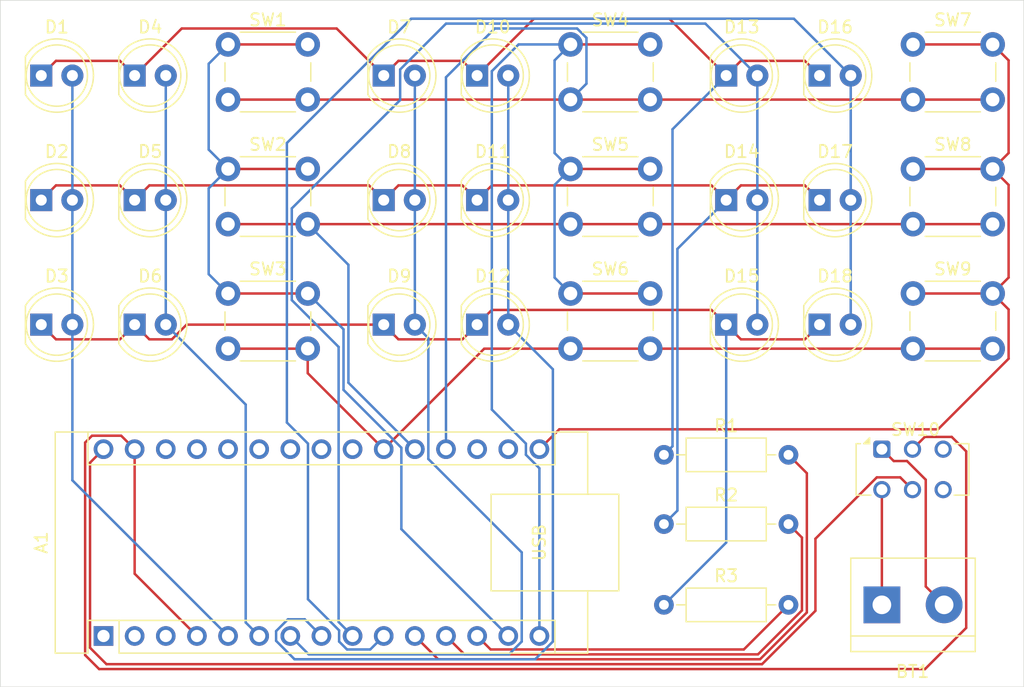
<source format=kicad_pcb>
(kicad_pcb (version 20240108) (generator "pcbnew") (generator_version "8.0")
  (layers (0 "F.Cu" signal) (31 "B.Cu" signal) (34 "B.Paste" user) (35 "F.Paste" user) (36 "B.SilkS" user "B.Silkscreen") (37 "F.SilkS" user "F.Silkscreen") (38 "B.Mask" user) (39 "F.Mask" user) (44 "Edge.Cuts" user))
  (net 0 "")
  (net 1 "/D1")
  (net 3 "GND")
  (net 5 "/R1")
  (net 6 "/B2")
  (net 7 "/A2")
  (net 8 "/D3")
  (net 9 "/D2")
  (net 10 "/A1")
  (net 11 "/C1")
  (net 15 "+9V")
  (net 16 "/R2")
  (net 17 "/R3")
  (net 20 "/C3")
  (net 23 "/A3")
  (net 26 "/B1")
  (net 28 "/B3")
  (net 29 "/C2")
  (net 30 "Net-(BT1--)")
  (net 31 "Net-(BT1-+)")
  (net 32 "Net-(D1-K)")
  (net 33 "Net-(D11-K)")
  (net 34 "Net-(D12-K)")
  (footprint "LED_THT:LED_D5.0mm" (layer "F.Cu") (at 152.4 60.96)
    (property "Reference" "D12" (at 1.27 -3.96 0) (layer "F.SilkS"))
    (property "Value" "RED")
    (pad "1" thru_hole rect (at 0 0) (size 1.8 1.8) (drill 0.9) (layers "*.Cu" "*.Mask") (net 34 "Net-(D12-K)"))
    (pad "2" thru_hole circle (at 2.54 0) (size 1.8 1.8) (drill 0.9) (layers "*.Cu" "*.Mask") (net 16 "/R2"))
  )
  (footprint "LED_THT:LED_D5.0mm" (layer "F.Cu") (at 124.46 60.96)
    (property "Reference" "D6" (at 1.27 -3.96 0) (layer "F.SilkS"))
    (property "Value" "RED")
    (pad "1" thru_hole rect (at 0 0) (size 1.8 1.8) (drill 0.9) (layers "*.Cu" "*.Mask") (net 34 "Net-(D12-K)"))
    (pad "2" thru_hole circle (at 2.54 0) (size 1.8 1.8) (drill 0.9) (layers "*.Cu" "*.Mask") (net 5 "/R1"))
  )
  (footprint "Button_Switch_THT:SW_PUSH_6mm" (layer "F.Cu") (at 132.08 58.42)
    (property "Reference" "SW3" (at 3.25 -2 0) (layer "F.SilkS"))
    (property "Value" "SW_Push")
    (pad "1" thru_hole circle (at 0 0 90) (size 2 2) (drill 1.1) (layers "*.Cu" "*.Mask") (net 11 "/C1"))
    (pad "1" thru_hole circle (at 6.5 0 90) (size 2 2) (drill 1.1) (layers "*.Cu" "*.Mask") (net 11 "/C1"))
    (pad "2" thru_hole circle (at 0 4.5 90) (size 2 2) (drill 1.1) (layers "*.Cu" "*.Mask") (net 8 "/D3"))
    (pad "2" thru_hole circle (at 6.5 4.5 90) (size 2 2) (drill 1.1) (layers "*.Cu" "*.Mask") (net 8 "/D3"))
  )
  (footprint "LED_THT:LED_D5.0mm" (layer "F.Cu") (at 116.84 50.8)
    (property "Reference" "D2" (at 1.27 -3.96 0) (layer "F.SilkS"))
    (property "Value" "BLUE")
    (pad "1" thru_hole rect (at 0 0) (size 1.8 1.8) (drill 0.9) (layers "*.Cu" "*.Mask") (net 33 "Net-(D11-K)"))
    (pad "2" thru_hole circle (at 2.54 0) (size 1.8 1.8) (drill 0.9) (layers "*.Cu" "*.Mask") (net 26 "/B1"))
  )
  (footprint "LED_THT:LED_D5.0mm" (layer "F.Cu") (at 124.46 40.64)
    (property "Reference" "D4" (at 1.27 -3.96 0) (layer "F.SilkS"))
    (property "Value" "RED")
    (pad "1" thru_hole rect (at 0 0) (size 1.8 1.8) (drill 0.9) (layers "*.Cu" "*.Mask") (net 32 "Net-(D1-K)"))
    (pad "2" thru_hole circle (at 2.54 0) (size 1.8 1.8) (drill 0.9) (layers "*.Cu" "*.Mask") (net 5 "/R1"))
  )
  (footprint "TerminalBlock:TerminalBlock_bornier-2_P5.08mm" (layer "F.Cu") (at 185.42 83.82)
    (property "Reference" "BT1" (at 2.500413 5.441469 360) (layer "F.SilkS"))
    (property "Value" "9")
    (pad "1" thru_hole rect (at 0 0) (size 3 3) (drill 1.52) (layers "*.Cu" "*.Mask") (net 31 "Net-(BT1-+)"))
    (pad "2" thru_hole circle (at 5.08 0) (size 3 3) (drill 1.52) (layers "*.Cu" "*.Mask") (net 30 "Net-(BT1--)"))
  )
  (footprint "LED_THT:LED_D5.0mm" (layer "F.Cu") (at 180.34 50.8)
    (property "Reference" "D17" (at 1.27 -3.96 0) (layer "F.SilkS"))
    (property "Value" "RED")
    (pad "1" thru_hole rect (at 0 0) (size 1.8 1.8) (drill 0.9) (layers "*.Cu" "*.Mask") (net 33 "Net-(D11-K)"))
    (pad "2" thru_hole circle (at 2.54 0) (size 1.8 1.8) (drill 0.9) (layers "*.Cu" "*.Mask") (net 17 "/R3"))
  )
  (footprint "Resistor_THT:R_Axial_DIN0207_L6.3mm_D2.5mm_P10.16mm_Horizontal" (layer "F.Cu") (at 167.64 71.581355)
    (property "Reference" "R1" (at 5.08 -2.37 0) (layer "F.SilkS"))
    (property "Value" "1k")
    (pad "1" thru_hole circle (at 0 0) (size 1.6 1.6) (drill 0.8) (layers "*.Cu" "*.Mask") (net 32 "Net-(D1-K)"))
    (pad "2" thru_hole oval (at 10.16 0) (size 1.6 1.6) (drill 0.8) (layers "*.Cu" "*.Mask") (net 10 "/A1"))
  )
  (footprint "Button_Switch_THT:SW_PUSH_6mm" (layer "F.Cu") (at 132.08 48.26)
    (property "Reference" "SW2" (at 3.25 -2 0) (layer "F.SilkS"))
    (property "Value" "SW_Push")
    (pad "1" thru_hole circle (at 0 0 90) (size 2 2) (drill 1.1) (layers "*.Cu" "*.Mask") (net 11 "/C1"))
    (pad "1" thru_hole circle (at 6.5 0 90) (size 2 2) (drill 1.1) (layers "*.Cu" "*.Mask") (net 11 "/C1"))
    (pad "2" thru_hole circle (at 0 4.5 90) (size 2 2) (drill 1.1) (layers "*.Cu" "*.Mask") (net 9 "/D2"))
    (pad "2" thru_hole circle (at 6.5 4.5 90) (size 2 2) (drill 1.1) (layers "*.Cu" "*.Mask") (net 9 "/D2"))
  )
  (footprint "Button_Switch_THT:SW_PUSH_6mm" (layer "F.Cu") (at 187.96 58.42)
    (property "Reference" "SW9" (at 3.25 -2 0) (layer "F.SilkS"))
    (property "Value" "SW_Push")
    (pad "1" thru_hole circle (at 0 0 90) (size 2 2) (drill 1.1) (layers "*.Cu" "*.Mask") (net 20 "/C3"))
    (pad "1" thru_hole circle (at 6.5 0 90) (size 2 2) (drill 1.1) (layers "*.Cu" "*.Mask") (net 20 "/C3"))
    (pad "2" thru_hole circle (at 0 4.5 90) (size 2 2) (drill 1.1) (layers "*.Cu" "*.Mask") (net 8 "/D3"))
    (pad "2" thru_hole circle (at 6.5 4.5 90) (size 2 2) (drill 1.1) (layers "*.Cu" "*.Mask") (net 8 "/D3"))
  )
  (footprint "Button_Switch_THT:SW_PUSH_6mm" (layer "F.Cu") (at 132.08 38.1)
    (property "Reference" "SW1" (at 3.25 -2 0) (layer "F.SilkS"))
    (property "Value" "SW_Push")
    (pad "1" thru_hole circle (at 0 0 90) (size 2 2) (drill 1.1) (layers "*.Cu" "*.Mask") (net 11 "/C1"))
    (pad "1" thru_hole circle (at 6.5 0 90) (size 2 2) (drill 1.1) (layers "*.Cu" "*.Mask") (net 11 "/C1"))
    (pad "2" thru_hole circle (at 0 4.5 90) (size 2 2) (drill 1.1) (layers "*.Cu" "*.Mask") (net 1 "/D1"))
    (pad "2" thru_hole circle (at 6.5 4.5 90) (size 2 2) (drill 1.1) (layers "*.Cu" "*.Mask") (net 1 "/D1"))
  )
  (footprint "Button_Switch_THT:SW_PUSH_6mm" (layer "F.Cu") (at 160.02 38.1)
    (property "Reference" "SW4" (at 3.25 -2 0) (layer "F.SilkS"))
    (property "Value" "SW_Push")
    (pad "1" thru_hole circle (at 0 0 90) (size 2 2) (drill 1.1) (layers "*.Cu" "*.Mask") (net 29 "/C2"))
    (pad "1" thru_hole circle (at 6.5 0 90) (size 2 2) (drill 1.1) (layers "*.Cu" "*.Mask") (net 29 "/C2"))
    (pad "2" thru_hole circle (at 0 4.5 90) (size 2 2) (drill 1.1) (layers "*.Cu" "*.Mask") (net 1 "/D1"))
    (pad "2" thru_hole circle (at 6.5 4.5 90) (size 2 2) (drill 1.1) (layers "*.Cu" "*.Mask") (net 1 "/D1"))
  )
  (footprint "LED_THT:LED_D5.0mm" (layer "F.Cu") (at 144.78 60.96)
    (property "Reference" "D9" (at 1.27 -3.96 0) (layer "F.SilkS"))
    (property "Value" "BLUE")
    (pad "1" thru_hole rect (at 0 0) (size 1.8 1.8) (drill 0.9) (layers "*.Cu" "*.Mask") (net 34 "Net-(D12-K)"))
    (pad "2" thru_hole circle (at 2.54 0) (size 1.8 1.8) (drill 0.9) (layers "*.Cu" "*.Mask") (net 6 "/B2"))
  )
  (footprint "Button_Switch_THT:SW_PUSH_6mm" (layer "F.Cu") (at 187.96 48.26)
    (property "Reference" "SW8" (at 3.25 -2 0) (layer "F.SilkS"))
    (property "Value" "SW_Push")
    (pad "1" thru_hole circle (at 0 0 90) (size 2 2) (drill 1.1) (layers "*.Cu" "*.Mask") (net 20 "/C3"))
    (pad "1" thru_hole circle (at 6.5 0 90) (size 2 2) (drill 1.1) (layers "*.Cu" "*.Mask") (net 20 "/C3"))
    (pad "2" thru_hole circle (at 0 4.5 90) (size 2 2) (drill 1.1) (layers "*.Cu" "*.Mask") (net 9 "/D2"))
    (pad "2" thru_hole circle (at 6.5 4.5 90) (size 2 2) (drill 1.1) (layers "*.Cu" "*.Mask") (net 9 "/D2"))
  )
  (footprint "LED_THT:LED_D5.0mm" (layer "F.Cu") (at 144.78 50.8)
    (property "Reference" "D8" (at 1.27 -3.96 0) (layer "F.SilkS"))
    (property "Value" "BLUE")
    (pad "1" thru_hole rect (at 0 0) (size 1.8 1.8) (drill 0.9) (layers "*.Cu" "*.Mask") (net 33 "Net-(D11-K)"))
    (pad "2" thru_hole circle (at 2.54 0) (size 1.8 1.8) (drill 0.9) (layers "*.Cu" "*.Mask") (net 6 "/B2"))
  )
  (footprint "LED_THT:LED_D5.0mm" (layer "F.Cu") (at 144.78 40.64)
    (property "Reference" "D7" (at 1.27 -3.96 0) (layer "F.SilkS"))
    (property "Value" "BLUE")
    (pad "1" thru_hole rect (at 0 0) (size 1.8 1.8) (drill 0.9) (layers "*.Cu" "*.Mask") (net 32 "Net-(D1-K)"))
    (pad "2" thru_hole circle (at 2.54 0) (size 1.8 1.8) (drill 0.9) (layers "*.Cu" "*.Mask") (net 6 "/B2"))
  )
  (footprint "LED_THT:LED_D5.0mm" (layer "F.Cu") (at 124.46 50.8)
    (property "Reference" "D5" (at 1.27 -3.96 0) (layer "F.SilkS"))
    (property "Value" "RED")
    (pad "1" thru_hole rect (at 0 0) (size 1.8 1.8) (drill 0.9) (layers "*.Cu" "*.Mask") (net 33 "Net-(D11-K)"))
    (pad "2" thru_hole circle (at 2.54 0) (size 1.8 1.8) (drill 0.9) (layers "*.Cu" "*.Mask") (net 5 "/R1"))
  )
  (footprint "LED_THT:LED_D5.0mm" (layer "F.Cu") (at 172.72 40.64)
    (property "Reference" "D13" (at 1.27 -3.96 0) (layer "F.SilkS"))
    (property "Value" "BLUE")
    (pad "1" thru_hole rect (at 0 0) (size 1.8 1.8) (drill 0.9) (layers "*.Cu" "*.Mask") (net 32 "Net-(D1-K)"))
    (pad "2" thru_hole circle (at 2.54 0) (size 1.8 1.8) (drill 0.9) (layers "*.Cu" "*.Mask") (net 28 "/B3"))
  )
  (footprint "Resistor_THT:R_Axial_DIN0207_L6.3mm_D2.5mm_P10.16mm_Horizontal" (layer "F.Cu") (at 167.64 77.23)
    (property "Reference" "R2" (at 5.08 -2.37 0) (layer "F.SilkS"))
    (property "Value" "1k")
    (pad "1" thru_hole circle (at 0 0) (size 1.6 1.6) (drill 0.8) (layers "*.Cu" "*.Mask") (net 33 "Net-(D11-K)"))
    (pad "2" thru_hole oval (at 10.16 0) (size 1.6 1.6) (drill 0.8) (layers "*.Cu" "*.Mask") (net 7 "/A2"))
  )
  (footprint "Button_Switch_THT:SW_PUSH_6mm" (layer "F.Cu") (at 187.96 38.1)
    (property "Reference" "SW7" (at 3.25 -2 0) (layer "F.SilkS"))
    (property "Value" "SW_Push")
    (pad "1" thru_hole circle (at 0 0 90) (size 2 2) (drill 1.1) (layers "*.Cu" "*.Mask") (net 20 "/C3"))
    (pad "1" thru_hole circle (at 6.5 0 90) (size 2 2) (drill 1.1) (layers "*.Cu" "*.Mask") (net 20 "/C3"))
    (pad "2" thru_hole circle (at 0 4.5 90) (size 2 2) (drill 1.1) (layers "*.Cu" "*.Mask") (net 1 "/D1"))
    (pad "2" thru_hole circle (at 6.5 4.5 90) (size 2 2) (drill 1.1) (layers "*.Cu" "*.Mask") (net 1 "/D1"))
  )
  (footprint "LED_THT:LED_D5.0mm" (layer "F.Cu") (at 116.84 40.64)
    (property "Reference" "D1" (at 1.27 -3.96 0) (layer "F.SilkS"))
    (property "Value" "BLUE")
    (pad "1" thru_hole rect (at 0 0) (size 1.8 1.8) (drill 0.9) (layers "*.Cu" "*.Mask") (net 32 "Net-(D1-K)"))
    (pad "2" thru_hole circle (at 2.54 0) (size 1.8 1.8) (drill 0.9) (layers "*.Cu" "*.Mask") (net 26 "/B1"))
  )
  (footprint "Button_Switch_THT:SW_CK_JS202011CQN_DPDT_Straight" (layer "F.Cu") (at 185.42 71.12)
    (property "Reference" "SW10" (at 2.75 -1.6 0) (layer "F.SilkS"))
    (property "Value" "SW_Slide_DPDT")
    (pad "1" thru_hole roundrect (at 0 0) (size 1.4 1.4) (drill 0.9) (layers "*.Cu" "*.Mask") (roundrect_rratio 0.1785714286) (net 30 "Net-(BT1--)"))
    (pad "2" thru_hole circle (at 2.5 0) (size 1.4 1.4) (drill 0.9) (layers "*.Cu" "*.Mask") (net 3 "GND"))
    (pad "3" thru_hole circle (at 5 0) (size 1.4 1.4) (drill 0.9) (layers "*.Cu" "*.Mask"))
    (pad "4" thru_hole circle (at 5 3.3) (size 1.4 1.4) (drill 0.9) (layers "*.Cu" "*.Mask"))
    (pad "5" thru_hole circle (at 2.5 3.3) (size 1.4 1.4) (drill 0.9) (layers "*.Cu" "*.Mask") (net 15 "+9V"))
    (pad "6" thru_hole circle (at 0 3.3) (size 1.4 1.4) (drill 0.9) (layers "*.Cu" "*.Mask") (net 31 "Net-(BT1-+)"))
  )
  (footprint "LED_THT:LED_D5.0mm" (layer "F.Cu") (at 152.4 40.64)
    (property "Reference" "D10" (at 1.27 -3.96 0) (layer "F.SilkS"))
    (property "Value" "RED")
    (pad "1" thru_hole rect (at 0 0) (size 1.8 1.8) (drill 0.9) (layers "*.Cu" "*.Mask") (net 32 "Net-(D1-K)"))
    (pad "2" thru_hole circle (at 2.54 0) (size 1.8 1.8) (drill 0.9) (layers "*.Cu" "*.Mask") (net 16 "/R2"))
  )
  (footprint "Button_Switch_THT:SW_PUSH_6mm" (layer "F.Cu") (at 160.02 58.42)
    (property "Reference" "SW6" (at 3.25 -2 0) (layer "F.SilkS"))
    (property "Value" "SW_Push")
    (pad "1" thru_hole circle (at 0 0 90) (size 2 2) (drill 1.1) (layers "*.Cu" "*.Mask") (net 29 "/C2"))
    (pad "1" thru_hole circle (at 6.5 0 90) (size 2 2) (drill 1.1) (layers "*.Cu" "*.Mask") (net 29 "/C2"))
    (pad "2" thru_hole circle (at 0 4.5 90) (size 2 2) (drill 1.1) (layers "*.Cu" "*.Mask") (net 8 "/D3"))
    (pad "2" thru_hole circle (at 6.5 4.5 90) (size 2 2) (drill 1.1) (layers "*.Cu" "*.Mask") (net 8 "/D3"))
  )
  (footprint "LED_THT:LED_D5.0mm" (layer "F.Cu") (at 180.34 40.64)
    (property "Reference" "D16" (at 1.27 -3.96 0) (layer "F.SilkS"))
    (property "Value" "RED")
    (pad "1" thru_hole rect (at 0 0) (size 1.8 1.8) (drill 0.9) (layers "*.Cu" "*.Mask") (net 32 "Net-(D1-K)"))
    (pad "2" thru_hole circle (at 2.54 0) (size 1.8 1.8) (drill 0.9) (layers "*.Cu" "*.Mask") (net 17 "/R3"))
  )
  (footprint "LED_THT:LED_D5.0mm" (layer "F.Cu") (at 172.72 50.8)
    (property "Reference" "D14" (at 1.27 -3.96 0) (layer "F.SilkS"))
    (property "Value" "BLUE")
    (pad "1" thru_hole rect (at 0 0) (size 1.8 1.8) (drill 0.9) (layers "*.Cu" "*.Mask") (net 33 "Net-(D11-K)"))
    (pad "2" thru_hole circle (at 2.54 0) (size 1.8 1.8) (drill 0.9) (layers "*.Cu" "*.Mask") (net 28 "/B3"))
  )
  (footprint "Resistor_THT:R_Axial_DIN0207_L6.3mm_D2.5mm_P10.16mm_Horizontal" (layer "F.Cu") (at 167.64 83.82)
    (property "Reference" "R3" (at 5.08 -2.37 0) (layer "F.SilkS"))
    (property "Value" "1k")
    (pad "1" thru_hole circle (at 0 0) (size 1.6 1.6) (drill 0.8) (layers "*.Cu" "*.Mask") (net 34 "Net-(D12-K)"))
    (pad "2" thru_hole oval (at 10.16 0) (size 1.6 1.6) (drill 0.8) (layers "*.Cu" "*.Mask") (net 23 "/A3"))
  )
  (footprint "Module:Arduino_Nano" (layer "F.Cu") (at 121.92 86.36 90)
    (property "Reference" "A1" (at 7.62 -5.08 270) (layer "F.SilkS"))
    (property "Value" "Arduino_Nano_v3.x")
    (fp_text user "USB" (at 7.62 35.56 90) (layer "F.SilkS"))
    (pad "1" thru_hole rect (at 0 0 90) (size 1.6 1.6) (drill 1) (layers "*.Cu" "*.Mask"))
    (pad "2" thru_hole oval (at 0 2.54 90) (size 1.6 1.6) (drill 1) (layers "*.Cu" "*.Mask"))
    (pad "3" thru_hole oval (at 0 5.08 90) (size 1.6 1.6) (drill 1) (layers "*.Cu" "*.Mask"))
    (pad "4" thru_hole oval (at 0 7.62 90) (size 1.6 1.6) (drill 1) (layers "*.Cu" "*.Mask") (net 3 "GND"))
    (pad "5" thru_hole oval (at 0 10.16 90) (size 1.6 1.6) (drill 1) (layers "*.Cu" "*.Mask") (net 26 "/B1"))
    (pad "6" thru_hole oval (at 0 12.7 90) (size 1.6 1.6) (drill 1) (layers "*.Cu" "*.Mask") (net 5 "/R1"))
    (pad "7" thru_hole oval (at 0 15.24 90) (size 1.6 1.6) (drill 1) (layers "*.Cu" "*.Mask") (net 6 "/B2"))
    (pad "8" thru_hole oval (at 0 17.78 90) (size 1.6 1.6) (drill 1) (layers "*.Cu" "*.Mask") (net 16 "/R2"))
    (pad "9" thru_hole oval (at 0 20.32 90) (size 1.6 1.6) (drill 1) (layers "*.Cu" "*.Mask") (net 28 "/B3"))
    (pad "10" thru_hole oval (at 0 22.86 90) (size 1.6 1.6) (drill 1) (layers "*.Cu" "*.Mask") (net 17 "/R3"))
    (pad "11" thru_hole oval (at 0 25.4 90) (size 1.6 1.6) (drill 1) (layers "*.Cu" "*.Mask") (net 10 "/A1"))
    (pad "12" thru_hole oval (at 0 27.94 90) (size 1.6 1.6) (drill 1) (layers "*.Cu" "*.Mask") (net 7 "/A2"))
    (pad "13" thru_hole oval (at 0 30.48 90) (size 1.6 1.6) (drill 1) (layers "*.Cu" "*.Mask") (net 23 "/A3"))
    (pad "14" thru_hole oval (at 0 33.02 90) (size 1.6 1.6) (drill 1) (layers "*.Cu" "*.Mask") (net 11 "/C1"))
    (pad "15" thru_hole oval (at 0 35.56 90) (size 1.6 1.6) (drill 1) (layers "*.Cu" "*.Mask") (net 29 "/C2"))
    (pad "16" thru_hole oval (at 15.24 35.56 90) (size 1.6 1.6) (drill 1) (layers "*.Cu" "*.Mask") (net 20 "/C3"))
    (pad "17" thru_hole oval (at 15.24 33.02 90) (size 1.6 1.6) (drill 1) (layers "*.Cu" "*.Mask"))
    (pad "18" thru_hole oval (at 15.24 30.48 90) (size 1.6 1.6) (drill 1) (layers "*.Cu" "*.Mask"))
    (pad "19" thru_hole oval (at 15.24 27.94 90) (size 1.6 1.6) (drill 1) (layers "*.Cu" "*.Mask") (net 1 "/D1"))
    (pad "20" thru_hole oval (at 15.24 25.4 90) (size 1.6 1.6) (drill 1) (layers "*.Cu" "*.Mask") (net 9 "/D2"))
    (pad "21" thru_hole oval (at 15.24 22.86 90) (size 1.6 1.6) (drill 1) (layers "*.Cu" "*.Mask") (net 8 "/D3"))
    (pad "22" thru_hole oval (at 15.24 20.32 90) (size 1.6 1.6) (drill 1) (layers "*.Cu" "*.Mask"))
    (pad "23" thru_hole oval (at 15.24 17.78 90) (size 1.6 1.6) (drill 1) (layers "*.Cu" "*.Mask"))
    (pad "24" thru_hole oval (at 15.24 15.24 90) (size 1.6 1.6) (drill 1) (layers "*.Cu" "*.Mask"))
    (pad "25" thru_hole oval (at 15.24 12.7 90) (size 1.6 1.6) (drill 1) (layers "*.Cu" "*.Mask"))
    (pad "26" thru_hole oval (at 15.24 10.16 90) (size 1.6 1.6) (drill 1) (layers "*.Cu" "*.Mask"))
    (pad "27" thru_hole oval (at 15.24 7.62 90) (size 1.6 1.6) (drill 1) (layers "*.Cu" "*.Mask"))
    (pad "28" thru_hole oval (at 15.24 5.08 90) (size 1.6 1.6) (drill 1) (layers "*.Cu" "*.Mask"))
    (pad "29" thru_hole oval (at 15.24 2.54 90) (size 1.6 1.6) (drill 1) (layers "*.Cu" "*.Mask") (net 3 "GND"))
    (pad "30" thru_hole oval (at 15.24 0 90) (size 1.6 1.6) (drill 1) (layers "*.Cu" "*.Mask") (net 15 "+9V"))
  )
  (footprint "LED_THT:LED_D5.0mm" (layer "F.Cu") (at 172.72 60.96)
    (property "Reference" "D15" (at 1.27 -3.96 0) (layer "F.SilkS"))
    (property "Value" "BLUE")
    (pad "1" thru_hole rect (at 0 0) (size 1.8 1.8) (drill 0.9) (layers "*.Cu" "*.Mask") (net 34 "Net-(D12-K)"))
    (pad "2" thru_hole circle (at 2.54 0) (size 1.8 1.8) (drill 0.9) (layers "*.Cu" "*.Mask") (net 28 "/B3"))
  )
  (footprint "Button_Switch_THT:SW_PUSH_6mm" (layer "F.Cu") (at 160.02 48.26)
    (property "Reference" "SW5" (at 3.25 -2 0) (layer "F.SilkS"))
    (property "Value" "SW_Push")
    (pad "1" thru_hole circle (at 0 0 90) (size 2 2) (drill 1.1) (layers "*.Cu" "*.Mask") (net 29 "/C2"))
    (pad "1" thru_hole circle (at 6.5 0 90) (size 2 2) (drill 1.1) (layers "*.Cu" "*.Mask") (net 29 "/C2"))
    (pad "2" thru_hole circle (at 0 4.5 90) (size 2 2) (drill 1.1) (layers "*.Cu" "*.Mask") (net 9 "/D2"))
    (pad "2" thru_hole circle (at 6.5 4.5 90) (size 2 2) (drill 1.1) (layers "*.Cu" "*.Mask") (net 9 "/D2"))
  )
  (footprint "LED_THT:LED_D5.0mm" (layer "F.Cu") (at 152.4 50.8)
    (property "Reference" "D11" (at 1.27 -3.96 0) (layer "F.SilkS"))
    (property "Value" "RED")
    (pad "1" thru_hole rect (at 0 0) (size 1.8 1.8) (drill 0.9) (layers "*.Cu" "*.Mask") (net 33 "Net-(D11-K)"))
    (pad "2" thru_hole circle (at 2.54 0) (size 1.8 1.8) (drill 0.9) (layers "*.Cu" "*.Mask") (net 16 "/R2"))
  )
  (footprint "LED_THT:LED_D5.0mm" (layer "F.Cu") (at 116.84 60.96)
    (property "Reference" "D3" (at 1.27 -3.96 0) (layer "F.SilkS"))
    (property "Value" "BLUE")
    (pad "1" thru_hole rect (at 0 0) (size 1.8 1.8) (drill 0.9) (layers "*.Cu" "*.Mask") (net 34 "Net-(D12-K)"))
    (pad "2" thru_hole circle (at 2.54 0) (size 1.8 1.8) (drill 0.9) (layers "*.Cu" "*.Mask") (net 26 "/B1"))
  )
  (footprint "LED_THT:LED_D5.0mm" (layer "F.Cu") (at 180.34 60.96)
    (property "Reference" "D18" (at 1.27 -3.96 0) (layer "F.SilkS"))
    (property "Value" "RED")
    (pad "1" thru_hole rect (at 0 0) (size 1.8 1.8) (drill 0.9) (layers "*.Cu" "*.Mask") (net 34 "Net-(D12-K)"))
    (pad "2" thru_hole circle (at 2.54 0) (size 1.8 1.8) (drill 0.9) (layers "*.Cu" "*.Mask") (net 17 "/R3"))
  )
  (gr_rect (start 113.5 34.5) (end 197 90.5) (stroke (width 0.05)) (fill none) (layer "Edge.Cuts"))
  (segment (start 138.58 42.6) (end 160.02 42.6) (width 0.2) (layer "F.Cu") (net 1))
  (segment (start 132.08 42.6) (end 138.58 42.6) (width 0.2) (layer "F.Cu") (net 1))
  (segment (start 160.02 42.6) (end 166.52 42.6) (width 0.2) (layer "F.Cu") (net 1))
  (segment (start 187.96 42.6) (end 194.46 42.6) (width 0.2) (layer "F.Cu") (net 1))
  (segment (start 166.52 42.6) (end 187.96 42.6) (width 0.2) (layer "F.Cu") (net 1))
  (segment (start 161.32 41.3) (end 160.02 42.6) (width 0.2) (layer "B.Cu") (net 1))
  (segment (start 149.86 40.78) (end 153.84 36.8) (width 0.2) (layer "B.Cu") (net 1))
  (segment (start 153.84 36.8) (end 160.558478 36.8) (width 0.2) (layer "B.Cu") (net 1))
  (segment (start 161.32 37.561522) (end 161.32 41.3) (width 0.2) (layer "B.Cu") (net 1))
  (segment (start 149.86 71.12) (end 149.86 40.78) (width 0.2) (layer "B.Cu") (net 1))
  (segment (start 160.558478 36.8) (end 161.32 37.561522) (width 0.2) (layer "B.Cu") (net 1))
  (segment (start 191.12 70.12) (end 192.3 71.3) (width 0.2) (layer "F.Cu") (net 3))
  (segment (start 120.42 70.58) (end 120.98 70.02) (width 0.2) (layer "F.Cu") (net 3))
  (segment (start 124.46 81.28) (end 129.54 86.36) (width 0.2) (layer "F.Cu") (net 3))
  (segment (start 188.92 70.12) (end 191.12 70.12) (width 0.2) (layer "F.Cu") (net 3))
  (segment (start 123.36 70.02) (end 124.46 71.12) (width 0.2) (layer "F.Cu") (net 3))
  (segment (start 124.46 71.12) (end 124.46 81.28) (width 0.2) (layer "F.Cu") (net 3))
  (segment (start 187.92 71.12) (end 188.92 70.12) (width 0.2) (layer "F.Cu") (net 3))
  (segment (start 121.56 89.06) (end 120.42 87.92) (width 0.2) (layer "F.Cu") (net 3))
  (segment (start 120.42 87.92) (end 120.42 70.58) (width 0.2) (layer "F.Cu") (net 3))
  (segment (start 120.98 70.02) (end 123.36 70.02) (width 0.2) (layer "F.Cu") (net 3))
  (segment (start 192.3 85.7) (end 188.94 89.06) (width 0.2) (layer "F.Cu") (net 3))
  (segment (start 188.94 89.06) (end 121.56 89.06) (width 0.2) (layer "F.Cu") (net 3))
  (segment (start 192.3 71.3) (end 192.3 85.7) (width 0.2) (layer "F.Cu") (net 3))
  (segment (start 127 50.8) (end 127 60.96) (width 0.2) (layer "B.Cu") (net 5))
  (segment (start 127 40.64) (end 127 50.8) (width 0.2) (layer "B.Cu") (net 5))
  (segment (start 133.52 85.26) (end 134.62 86.36) (width 0.2) (layer "B.Cu") (net 5))
  (segment (start 127 60.96) (end 133.52 67.48) (width 0.2) (layer "B.Cu") (net 5))
  (segment (start 133.52 67.48) (end 133.52 85.26) (width 0.2) (layer "B.Cu") (net 5))
  (segment (start 148.42 71.92) (end 156.04 79.54) (width 0.2) (layer "B.Cu") (net 6))
  (segment (start 148.42 62.06) (end 148.42 71.92) (width 0.2) (layer "B.Cu") (net 6))
  (segment (start 138.66 87.86) (end 137.16 86.36) (width 0.2) (layer "B.Cu") (net 6))
  (segment (start 154.995635 87.86) (end 138.66 87.86) (width 0.2) (layer "B.Cu") (net 6))
  (segment (start 147.32 40.64) (end 147.32 50.8) (width 0.2) (layer "B.Cu") (net 6))
  (segment (start 147.32 50.8) (end 147.32 60.96) (width 0.2) (layer "B.Cu") (net 6))
  (segment (start 156.04 86.815635) (end 154.995635 87.86) (width 0.2) (layer "B.Cu") (net 6))
  (segment (start 147.32 60.96) (end 148.42 62.06) (width 0.2) (layer "B.Cu") (net 6))
  (segment (start 156.04 79.54) (end 156.04 86.815635) (width 0.2) (layer "B.Cu") (net 6))
  (segment (start 175.315635 87.86) (end 151.36 87.86) (width 0.2) (layer "F.Cu") (net 7))
  (segment (start 178.9 84.275635) (end 175.315635 87.86) (width 0.2) (layer "F.Cu") (net 7))
  (segment (start 151.36 87.86) (end 149.86 86.36) (width 0.2) (layer "F.Cu") (net 7))
  (segment (start 177.8 77.23) (end 178.9 78.33) (width 0.2) (layer "F.Cu") (net 7))
  (segment (start 178.9 78.33) (end 178.9 84.275635) (width 0.2) (layer "F.Cu") (net 7))
  (segment (start 138.58 62.92) (end 138.58 64.92) (width 0.2) (layer "F.Cu") (net 8))
  (segment (start 132.08 62.92) (end 138.58 62.92) (width 0.2) (layer "F.Cu") (net 8))
  (segment (start 152.98 62.92) (end 160.02 62.92) (width 0.2) (layer "F.Cu") (net 8))
  (segment (start 166.52 62.92) (end 187.96 62.92) (width 0.2) (layer "F.Cu") (net 8))
  (segment (start 144.78 71.12) (end 152.98 62.92) (width 0.2) (layer "F.Cu") (net 8))
  (segment (start 160.02 62.92) (end 166.52 62.92) (width 0.2) (layer "F.Cu") (net 8))
  (segment (start 138.58 64.92) (end 144.78 71.12) (width 0.2) (layer "F.Cu") (net 8))
  (segment (start 187.96 62.92) (end 194.46 62.92) (width 0.2) (layer "F.Cu") (net 8))
  (segment (start 166.52 52.76) (end 187.96 52.76) (width 0.2) (layer "F.Cu") (net 9))
  (segment (start 187.96 52.76) (end 194.46 52.76) (width 0.2) (layer "F.Cu") (net 9))
  (segment (start 138.58 52.76) (end 160.02 52.76) (width 0.2) (layer "F.Cu") (net 9))
  (segment (start 160.02 52.76) (end 166.52 52.76) (width 0.2) (layer "F.Cu") (net 9))
  (segment (start 138.58 52.76) (end 132.08 52.76) (width 0.2) (layer "F.Cu") (net 9))
  (segment (start 141.9 56.08) (end 141.9 65.7) (width 0.2) (layer "B.Cu") (net 9))
  (segment (start 141.9 65.7) (end 147.32 71.12) (width 0.2) (layer "B.Cu") (net 9))
  (segment (start 138.58 52.76) (end 141.9 56.08) (width 0.2) (layer "B.Cu") (net 9))
  (segment (start 179.3 84.441319) (end 175.481321 88.259998) (width 0.2) (layer "F.Cu") (net 10))
  (segment (start 179.3 73.081355) (end 179.3 84.441319) (width 0.2) (layer "F.Cu") (net 10))
  (segment (start 177.8 71.581355) (end 179.3 73.081355) (width 0.2) (layer "F.Cu") (net 10))
  (segment (start 175.481321 88.259998) (end 149.219998 88.259998) (width 0.2) (layer "F.Cu") (net 10))
  (segment (start 149.219998 88.259998) (end 147.32 86.36) (width 0.2) (layer "F.Cu") (net 10))
  (segment (start 132.08 58.42) (end 138.58 58.42) (width 0.2) (layer "F.Cu") (net 11))
  (segment (start 138.58 48.26) (end 132.08 48.26) (width 0.2) (layer "F.Cu") (net 11))
  (segment (start 132.08 38.1) (end 138.58 38.1) (width 0.2) (layer "F.Cu") (net 11))
  (segment (start 130.5 56.84) (end 132.08 58.42) (width 0.2) (layer "B.Cu") (net 11))
  (segment (start 146.22 77.64) (end 154.94 86.36) (width 0.2) (layer "B.Cu") (net 11))
  (segment (start 130.5 39.68) (end 132.08 38.1) (width 0.2) (layer "B.Cu") (net 11))
  (segment (start 138.58 58.42) (end 141.5 61.34) (width 0.2) (layer "B.Cu") (net 11))
  (segment (start 141.5 61.34) (end 141.5 66.284365) (width 0.2) (layer "B.Cu") (net 11))
  (segment (start 130.5 46.68) (end 130.5 39.68) (width 0.2) (layer "B.Cu") (net 11))
  (segment (start 141.5 66.284365) (end 146.22 71.004365) (width 0.2) (layer "B.Cu") (net 11))
  (segment (start 132.08 48.26) (end 130.5 46.68) (width 0.2) (layer "B.Cu") (net 11))
  (segment (start 130.5 49.84) (end 130.5 56.84) (width 0.2) (layer "B.Cu") (net 11))
  (segment (start 132.08 48.26) (end 130.5 49.84) (width 0.2) (layer "B.Cu") (net 11))
  (segment (start 146.22 71.004365) (end 146.22 77.64) (width 0.2) (layer "B.Cu") (net 11))
  (segment (start 180 78.425786) (end 180 84.307005) (width 0.2) (layer "F.Cu") (net 15))
  (segment (start 187.92 74.42) (end 186.92 73.42) (width 0.2) (layer "F.Cu") (net 15))
  (segment (start 180 84.307005) (end 175.647007 88.659998) (width 0.2) (layer "F.Cu") (net 15))
  (segment (start 185.005786 73.42) (end 180 78.425786) (width 0.2) (layer "F.Cu") (net 15))
  (segment (start 120.82 72.22) (end 121.92 71.12) (width 0.2) (layer "F.Cu") (net 15))
  (segment (start 122.159998 88.659998) (end 120.82 87.32) (width 0.2) (layer "F.Cu") (net 15))
  (segment (start 175.647007 88.659998) (end 122.159998 88.659998) (width 0.2) (layer "F.Cu") (net 15))
  (segment (start 120.82 87.32) (end 120.82 72.22) (width 0.2) (layer "F.Cu") (net 15))
  (segment (start 186.92 73.42) (end 185.005786 73.42) (width 0.2) (layer "F.Cu") (net 15))
  (segment (start 137.504365 88.26) (end 136 86.755635) (width 0.2) (layer "B.Cu") (net 16))
  (segment (start 136 86.755635) (end 136 85.964365) (width 0.2) (layer "B.Cu") (net 16))
  (segment (start 158.58 86.815635) (end 157.135635 88.26) (width 0.2) (layer "B.Cu") (net 16))
  (segment (start 154.94 60.96) (end 154.94 50.8) (width 0.2) (layer "B.Cu") (net 16))
  (segment (start 158.58 64.6) (end 158.58 86.815635) (width 0.2) (layer "B.Cu") (net 16))
  (segment (start 154.94 50.8) (end 154.94 40.64) (width 0.2) (layer "B.Cu") (net 16))
  (segment (start 157.135635 88.26) (end 137.504365 88.26) (width 0.2) (layer "B.Cu") (net 16))
  (segment (start 138.34 85) (end 139.7 86.36) (width 0.2) (layer "B.Cu") (net 16))
  (segment (start 154.94 60.96) (end 158.58 64.6) (width 0.2) (layer "B.Cu") (net 16))
  (segment (start 136.964365 85) (end 138.34 85) (width 0.2) (layer "B.Cu") (net 16))
  (segment (start 136 85.964365) (end 136.964365 85) (width 0.2) (layer "B.Cu") (net 16))
  (segment (start 138.6 70.664365) (end 136.88 68.944365) (width 0.2) (layer "B.Cu") (net 17))
  (segment (start 136.88 68.944365) (end 136.88 46.14) (width 0.2) (layer "B.Cu") (net 17))
  (segment (start 136.88 46.14) (end 147.019999 36.000001) (width 0.2) (layer "B.Cu") (net 17))
  (segment (start 182.88 60.96) (end 182.88 50.8) (width 0.2) (layer "B.Cu") (net 17))
  (segment (start 138.6 83.364365) (end 138.6 70.664365) (width 0.2) (layer "B.Cu") (net 17))
  (segment (start 147.019999 36.000001) (end 178.240001 36.000001) (width 0.2) (layer "B.Cu") (net 17))
  (segment (start 143.68 87.46) (end 141.784365 87.46) (width 0.2) (layer "B.Cu") (net 17))
  (segment (start 141.14 85.904365) (end 138.6 83.364365) (width 0.2) (layer "B.Cu") (net 17))
  (segment (start 178.240001 36.000001) (end 182.88 40.64) (width 0.2) (layer "B.Cu") (net 17))
  (segment (start 141.14 86.815635) (end 141.14 85.904365) (width 0.2) (layer "B.Cu") (net 17))
  (segment (start 144.78 86.36) (end 143.68 87.46) (width 0.2) (layer "B.Cu") (net 17))
  (segment (start 141.784365 87.46) (end 141.14 86.815635) (width 0.2) (layer "B.Cu") (net 17))
  (segment (start 182.88 50.8) (end 182.88 40.64) (width 0.2) (layer "B.Cu") (net 17))
  (segment (start 187.96 58.42) (end 194.46 58.42) (width 0.2) (layer "F.Cu") (net 20))
  (segment (start 187.96 48.26) (end 194.46 48.26) (width 0.2) (layer "F.Cu") (net 20))
  (segment (start 195.76 57.12) (end 194.46 58.42) (width 0.2) (layer "F.Cu") (net 20))
  (segment (start 190 69.5) (end 159.1 69.5) (width 0.2) (layer "F.Cu") (net 20))
  (segment (start 195.76 59.72) (end 195.76 63.74) (width 0.2) (layer "F.Cu") (net 20))
  (segment (start 195.76 39.4) (end 195.76 46.96) (width 0.2) (layer "F.Cu") (net 20))
  (segment (start 159.1 69.5) (end 157.48 71.12) (width 0.2) (layer "F.Cu") (net 20))
  (segment (start 194.46 38.1) (end 195.76 39.4) (width 0.2) (layer "F.Cu") (net 20))
  (segment (start 195.76 49.56) (end 195.76 57.12) (width 0.2) (layer "F.Cu") (net 20))
  (segment (start 195.76 63.74) (end 190 69.5) (width 0.2) (layer "F.Cu") (net 20))
  (segment (start 194.46 58.42) (end 195.76 59.72) (width 0.2) (layer "F.Cu") (net 20))
  (segment (start 195.76 46.96) (end 194.46 48.26) (width 0.2) (layer "F.Cu") (net 20))
  (segment (start 194.46 48.26) (end 195.76 49.56) (width 0.2) (layer "F.Cu") (net 20))
  (segment (start 187.96 38.1) (end 194.46 38.1) (width 0.2) (layer "F.Cu") (net 20))
  (segment (start 174.16 87.46) (end 153.5 87.46) (width 0.2) (layer "F.Cu") (net 23))
  (segment (start 177.8 83.82) (end 174.16 87.46) (width 0.2) (layer "F.Cu") (net 23))
  (segment (start 153.5 87.46) (end 152.4 86.36) (width 0.2) (layer "F.Cu") (net 23))
  (segment (start 119.38 50.8) (end 119.38 40.64) (width 0.2) (layer "B.Cu") (net 26))
  (segment (start 119.38 60.96) (end 119.38 50.8) (width 0.2) (layer "B.Cu") (net 26))
  (segment (start 119.38 60.96) (end 119.38 73.66) (width 0.2) (layer "B.Cu") (net 26))
  (segment (start 119.38 73.66) (end 132.08 86.36) (width 0.2) (layer "B.Cu") (net 26))
  (segment (start 175.26 50.8) (end 175.26 60.96) (width 0.2) (layer "B.Cu") (net 28))
  (segment (start 149.862943 36.4) (end 171.02 36.4) (width 0.2) (layer "B.Cu") (net 28))
  (segment (start 146.12 42.64) (end 146.12 40.142943) (width 0.2) (layer "B.Cu") (net 28))
  (segment (start 141.1 85.22) (end 141.1 62.778478) (width 0.2) (layer "B.Cu") (net 28))
  (segment (start 175.26 40.64) (end 175.26 50.8) (width 0.2) (layer "B.Cu") (net 28))
  (segment (start 137.28 58.958478) (end 137.28 51.48) (width 0.2) (layer "B.Cu") (net 28))
  (segment (start 137.28 51.48) (end 146.12 42.64) (width 0.2) (layer "B.Cu") (net 28))
  (segment (start 141.1 62.778478) (end 137.28 58.958478) (width 0.2) (layer "B.Cu") (net 28))
  (segment (start 171.02 36.4) (end 175.26 40.64) (width 0.2) (layer "B.Cu") (net 28))
  (segment (start 142.24 86.36) (end 141.1 85.22) (width 0.2) (layer "B.Cu") (net 28))
  (segment (start 146.12 40.142943) (end 149.862943 36.4) (width 0.2) (layer "B.Cu") (net 28))
  (segment (start 160.02 48.26) (end 166.52 48.26) (width 0.2) (layer "F.Cu") (net 29))
  (segment (start 160.02 38.1) (end 166.52 38.1) (width 0.2) (layer "F.Cu") (net 29))
  (segment (start 166.52 58.42) (end 160.02 58.42) (width 0.2) (layer "F.Cu") (net 29))
  (segment (start 156.38 71.575635) (end 156.38 70.664365) (width 0.2) (layer "B.Cu") (net 29))
  (segment (start 158.72 57.12) (end 158.72 49.56) (width 0.2) (layer "B.Cu") (net 29))
  (segment (start 158.72 39.4) (end 160.02 38.1) (width 0.2) (layer "B.Cu") (net 29))
  (segment (start 157.48 72.675635) (end 156.38 71.575635) (width 0.2) (layer "B.Cu") (net 29))
  (segment (start 156.38 70.664365) (end 153.6 67.884365) (width 0.2) (layer "B.Cu") (net 29))
  (segment (start 158.72 49.56) (end 160.02 48.26) (width 0.2) (layer "B.Cu") (net 29))
  (segment (start 157.48 86.36) (end 157.48 72.675635) (width 0.2) (layer "B.Cu") (net 29))
  (segment (start 160.02 48.26) (end 158.72 46.96) (width 0.2) (layer "B.Cu") (net 29))
  (segment (start 155.782943 38.1) (end 160.02 38.1) (width 0.2) (layer "B.Cu") (net 29))
  (segment (start 153.6 40.282943) (end 155.782943 38.1) (width 0.2) (layer "B.Cu") (net 29))
  (segment (start 160.02 58.42) (end 158.72 57.12) (width 0.2) (layer "B.Cu") (net 29))
  (segment (start 153.6 67.884365) (end 153.6 40.282943) (width 0.2) (layer "B.Cu") (net 29))
  (segment (start 158.72 46.96) (end 158.72 39.4) (width 0.2) (layer "B.Cu") (net 29))
  (segment (start 189 82.32) (end 189 73.614214) (width 0.2) (layer "F.Cu") (net 30))
  (segment (start 189 73.614214) (end 187.472943 72.087157) (width 0.2) (layer "F.Cu") (net 30))
  (segment (start 186.387157 72.087157) (end 185.42 71.12) (width 0.2) (layer "F.Cu") (net 30))
  (segment (start 187.472943 72.087157) (end 186.387157 72.087157) (width 0.2) (layer "F.Cu") (net 30))
  (segment (start 190.5 83.82) (end 189 82.32) (width 0.2) (layer "F.Cu") (net 30))
  (segment (start 185.42 83.82) (end 185.42 74.42) (width 0.2) (layer "F.Cu") (net 31))
  (segment (start 173.92 39.44) (end 179.14 39.44) (width 0.2) (layer "F.Cu") (net 32))
  (segment (start 116.84 40.64) (end 118.04 39.44) (width 0.2) (layer "F.Cu") (net 32))
  (segment (start 128.3 36.8) (end 140.94 36.8) (width 0.2) (layer "F.Cu") (net 32))
  (segment (start 179.14 39.44) (end 180.34 40.64) (width 0.2) (layer "F.Cu") (net 32))
  (segment (start 168.08 36) (end 172.72 40.64) (width 0.2) (layer "F.Cu") (net 32))
  (segment (start 140.94 36.8) (end 144.78 40.64) (width 0.2) (layer "F.Cu") (net 32))
  (segment (start 144.78 40.64) (end 145.98 39.44) (width 0.2) (layer "F.Cu") (net 32))
  (segment (start 157.04 36) (end 168.08 36) (width 0.2) (layer "F.Cu") (net 32))
  (segment (start 172.72 40.64) (end 173.92 39.44) (width 0.2) (layer "F.Cu") (net 32))
  (segment (start 152.4 40.64) (end 157.04 36) (width 0.2) (layer "F.Cu") (net 32))
  (segment (start 151.2 39.44) (end 152.4 40.64) (width 0.2) (layer "F.Cu") (net 32))
  (segment (start 123.26 39.44) (end 124.46 40.64) (width 0.2) (layer "F.Cu") (net 32))
  (segment (start 145.98 39.44) (end 151.2 39.44) (width 0.2) (layer "F.Cu") (net 32))
  (segment (start 124.46 40.64) (end 128.3 36.8) (width 0.2) (layer "F.Cu") (net 32))
  (segment (start 118.04 39.44) (end 123.26 39.44) (width 0.2) (layer "F.Cu") (net 32))
  (segment (start 167.64 71.581355) (end 168.34 70.881355) (width 0.2) (layer "B.Cu") (net 32))
  (segment (start 168.34 45.02) (end 172.72 40.64) (width 0.2) (layer "B.Cu") (net 32))
  (segment (start 168.34 70.881355) (end 168.34 45.02) (width 0.2) (layer "B.Cu") (net 32))
  (segment (start 179.14 49.6) (end 180.34 50.8) (width 0.2) (layer "F.Cu") (net 33))
  (segment (start 143.58 49.6) (end 144.78 50.8) (width 0.2) (layer "F.Cu") (net 33))
  (segment (start 171.52 49.6) (end 172.72 50.8) (width 0.2) (layer "F.Cu") (net 33))
  (segment (start 144.78 50.8) (end 145.98 49.6) (width 0.2) (layer "F.Cu") (net 33))
  (segment (start 151.2 49.6) (end 152.4 50.8) (width 0.2) (layer "F.Cu") (net 33))
  (segment (start 173.92 49.6) (end 179.14 49.6) (width 0.2) (layer "F.Cu") (net 33))
  (segment (start 152.4 50.8) (end 153.6 49.6) (width 0.2) (layer "F.Cu") (net 33))
  (segment (start 153.6 49.6) (end 171.52 49.6) (width 0.2) (layer "F.Cu") (net 33))
  (segment (start 123.26 49.6) (end 124.46 50.8) (width 0.2) (layer "F.Cu") (net 33))
  (segment (start 145.98 49.6) (end 151.2 49.6) (width 0.2) (layer "F.Cu") (net 33))
  (segment (start 125.66 49.6) (end 143.58 49.6) (width 0.2) (layer "F.Cu") (net 33))
  (segment (start 124.46 50.8) (end 125.66 49.6) (width 0.2) (layer "F.Cu") (net 33))
  (segment (start 118.04 49.6) (end 123.26 49.6) (width 0.2) (layer "F.Cu") (net 33))
  (segment (start 172.72 50.8) (end 173.92 49.6) (width 0.2) (layer "F.Cu") (net 33))
  (segment (start 116.84 50.8) (end 118.04 49.6) (width 0.2) (layer "F.Cu") (net 33))
  (segment (start 167.64 77.23) (end 168.74 76.13) (width 0.2) (layer "B.Cu") (net 33))
  (segment (start 168.74 76.13) (end 168.74 54.78) (width 0.2) (layer "B.Cu") (net 33))
  (segment (start 168.74 54.78) (end 172.72 50.8) (width 0.2) (layer "B.Cu") (net 33))
  (segment (start 180.34 60.96) (end 179.14 62.16) (width 0.2) (layer "F.Cu") (net 34))
  (segment (start 151.2 62.16) (end 145.98 62.16) (width 0.2) (layer "F.Cu") (net 34))
  (segment (start 172.72 60.96) (end 171.52 59.76) (width 0.2) (layer "F.Cu") (net 34))
  (segment (start 153.6 59.76) (end 152.4 60.96) (width 0.2) (layer "F.Cu") (net 34))
  (segment (start 127.497057 62.16) (end 125.66 62.16) (width 0.2) (layer "F.Cu") (net 34))
  (segment (start 152.4 60.96) (end 151.2 62.16) (width 0.2) (layer "F.Cu") (net 34))
  (segment (start 118.04 62.16) (end 116.84 60.96) (width 0.2) (layer "F.Cu") (net 34))
  (segment (start 124.46 60.96) (end 123.26 62.16) (width 0.2) (layer "F.Cu") (net 34))
  (segment (start 123.26 62.16) (end 118.04 62.16) (width 0.2) (layer "F.Cu") (net 34))
  (segment (start 173.92 62.16) (end 172.72 60.96) (width 0.2) (layer "F.Cu") (net 34))
  (segment (start 145.98 62.16) (end 144.78 60.96) (width 0.2) (layer "F.Cu") (net 34))
  (segment (start 125.66 62.16) (end 124.46 60.96) (width 0.2) (layer "F.Cu") (net 34))
  (segment (start 171.52 59.76) (end 153.6 59.76) (width 0.2) (layer "F.Cu") (net 34))
  (segment (start 128.697057 60.96) (end 127.497057 62.16) (width 0.2) (layer "F.Cu") (net 34))
  (segment (start 179.14 62.16) (end 173.92 62.16) (width 0.2) (layer "F.Cu") (net 34))
  (segment (start 144.78 60.96) (end 128.697057 60.96) (width 0.2) (layer "F.Cu") (net 34))
  (segment (start 167.64 83.82) (end 172.72 78.74) (width 0.2) (layer "B.Cu") (net 34))
  (segment (start 172.72 78.74) (end 172.72 60.96) (width 0.2) (layer "B.Cu") (net 34))
)
</source>
